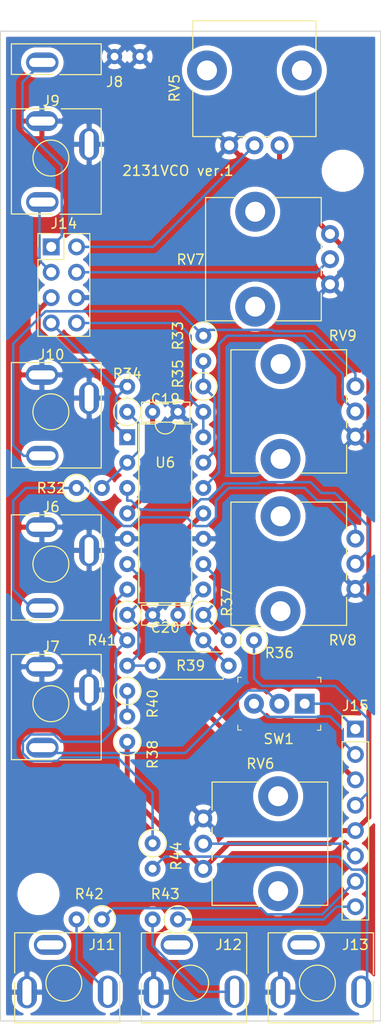
<source format=kicad_pcb>
(kicad_pcb (version 20171130) (host pcbnew "(5.1.8-0-10_14)")
  (layers (0 F.Cu signal) (31 B.Cu signal) (34 B.Paste user) (35 F.Paste user) (36 B.SilkS user) (37 F.SilkS user) (38 B.Mask user) (39 F.Mask user) (44 Edge.Cuts user))
  (net 0 "")
  (net 1 +12V)
  (net 2 GND)
  (net 3 -12V)
  (net 4 "Net-(J6-PadT)")
  (net 5 "Net-(J7-PadT)")
  (net 6 /module_interface/voct1)
  (net 7 /module_interface/voct2)
  (net 8 "Net-(J10-PadT)")
  (net 9 "Net-(J11-PadT)")
  (net 10 "Net-(J11-PadTN)")
  (net 11 "Net-(J12-PadT)")
  (net 12 "Net-(J12-PadTN)")
  (net 13 "Net-(J13-PadTN)")
  (net 14 "Net-(J13-PadT)")
  (net 15 /module_interface/freq)
  (net 16 /module_interface/fine)
  (net 17 /module_interface/lin_fm)
  (net 18 /module_interface/exp_fm)
  (net 19 /module_interface/h_sync)
  (net 20 /module_interface/s_sync)
  (net 21 /module_interface/squ)
  (net 22 /module_interface/Vref)
  (net 23 /module_interface/PWM)
  (net 24 /module_interface/tri_out)
  (net 25 /module_interface/saw_out)
  (net 26 "Net-(R32-Pad2)")
  (net 27 "Net-(R33-Pad2)")
  (net 28 "Net-(R36-Pad2)")
  (net 29 "Net-(R37-Pad2)")
  (net 30 "Net-(R38-Pad2)")
  (net 31 "Net-(R39-Pad2)")
  (net 32 "Net-(R41-Pad2)")
  (net 33 "Net-(RV8-Pad2)")
  (net 34 "Net-(RV9-Pad2)")
  (module MountingHole:MountingHole_3.2mm_M3 (layer F.Cu) (at 80.01 137.16)
    (fp_text reference REF** hide)
    (fp_text value MountingHole_3.2mm_M3 hide)
    (pad 1 np_thru_hole circle (at 0 0) (size 3.2 3.2) (drill 3.2) (layers *.Cu *.Mask))
  )
  (module MountingHole:MountingHole_3.2mm_M3 (layer F.Cu) (at 110.49 64.77)
    (fp_text reference REF** hide)
    (fp_text value MountingHole_3.2mm_M3 hide)
    (pad 1 np_thru_hole circle (at 0 0) (size 3.2 3.2) (drill 3.2) (layers *.Cu *.Mask))
  )
  (module Attenuverter:C_Axial_L4.8mm_D2.0mm_P2.54mm_Horizontal (layer F.Cu) (at 93.98 88.9 180)
    (fp_text reference C19 (at 1.27 1.27) (layer F.SilkS))
    (fp_text value 0.1u)
    (fp_line (start -1.2 -1.03) (end -1.2 0.97) (layer F.SilkS) (width 0.12))
    (fp_line (start -1.2 0.97) (end 3.64 0.97) (layer F.SilkS) (width 0.12))
    (fp_line (start 3.64 0.97) (end 3.64 -1.03) (layer F.SilkS) (width 0.12))
    (fp_line (start 3.64 -1.03) (end -1.2 -1.03) (layer F.SilkS) (width 0.12))
    (pad 2 thru_hole circle (at 2.54 0 180) (size 1.524 1.524) (drill 0.762) (layers *.Cu *.Mask) (net 1 +12V))
    (pad 1 thru_hole circle (at 0 0 180) (size 1.524 1.524) (drill 0.762) (layers *.Cu *.Mask) (net 2 GND))
  )
  (module Attenuverter:C_Axial_L4.8mm_D2.0mm_P2.54mm_Horizontal (layer F.Cu) (at 93.98 109.22 180)
    (fp_text reference C20 (at 1.27 -1.27) (layer F.SilkS))
    (fp_text value 0.1u)
    (fp_line (start -1.2 -1.03) (end -1.2 0.97) (layer F.SilkS) (width 0.12))
    (fp_line (start -1.2 0.97) (end 3.64 0.97) (layer F.SilkS) (width 0.12))
    (fp_line (start 3.64 0.97) (end 3.64 -1.03) (layer F.SilkS) (width 0.12))
    (fp_line (start 3.64 -1.03) (end -1.2 -1.03) (layer F.SilkS) (width 0.12))
    (pad 2 thru_hole circle (at 2.54 0 180) (size 1.524 1.524) (drill 0.762) (layers *.Cu *.Mask) (net 2 GND))
    (pad 1 thru_hole circle (at 0 0 180) (size 1.524 1.524) (drill 0.762) (layers *.Cu *.Mask) (net 3 -12V))
  )
  (module Attenuverter:MJ-355_3.5mm_mono_jack (layer F.Cu) (at 81.28 104.14 180)
    (fp_text reference J6 (at 0 5.715) (layer F.SilkS))
    (fp_text value "lin FM")
    (fp_line (start 3.99 -5.6) (end 3.99 4.9) (layer F.SilkS) (width 0.12))
    (fp_line (start 4 4.93) (end 0 4.93) (layer F.SilkS) (width 0.12))
    (fp_circle (center 0.03 0) (end 1.83 0) (layer F.SilkS) (width 0.12))
    (fp_line (start -1 4.93) (end -5 4.93) (layer F.SilkS) (width 0.12))
    (fp_line (start -5.01 -5.62) (end -5.01 4.88) (layer F.SilkS) (width 0.12))
    (fp_line (start -0.86 -5.62) (end -5.01 -5.62) (layer F.SilkS) (width 0.12))
    (fp_line (start 3.99 -5.6) (end -0.16 -5.6) (layer F.SilkS) (width 0.12))
    (pad TN thru_hole oval (at -3.8 1.38 90) (size 3.25 2) (drill oval 2.65 0.9) (layers *.Cu *.Mask) (net 2 GND))
    (pad T thru_hole oval (at 0.89 -4.4) (size 3.25 2) (drill oval 2.65 0.9) (layers *.Cu *.Mask) (net 4 "Net-(J6-PadT)"))
    (pad S thru_hole oval (at 0.93 3.7) (size 3.25 2) (drill oval 2.65 0.9) (layers *.Cu *.Mask) (net 2 GND))
  )
  (module Attenuverter:MJ-355_3.5mm_mono_jack (layer F.Cu) (at 81.28 118.11 180)
    (fp_text reference J7 (at 0 5.715) (layer F.SilkS))
    (fp_text value sync)
    (fp_line (start 3.99 -5.6) (end 3.99 4.9) (layer F.SilkS) (width 0.12))
    (fp_line (start 4 4.93) (end 0 4.93) (layer F.SilkS) (width 0.12))
    (fp_circle (center 0.03 0) (end 1.83 0) (layer F.SilkS) (width 0.12))
    (fp_line (start -1 4.93) (end -5 4.93) (layer F.SilkS) (width 0.12))
    (fp_line (start -5.01 -5.62) (end -5.01 4.88) (layer F.SilkS) (width 0.12))
    (fp_line (start -0.86 -5.62) (end -5.01 -5.62) (layer F.SilkS) (width 0.12))
    (fp_line (start 3.99 -5.6) (end -0.16 -5.6) (layer F.SilkS) (width 0.12))
    (pad TN thru_hole oval (at -3.8 1.38 90) (size 3.25 2) (drill oval 2.65 0.9) (layers *.Cu *.Mask) (net 2 GND))
    (pad T thru_hole oval (at 0.89 -4.4) (size 3.25 2) (drill oval 2.65 0.9) (layers *.Cu *.Mask) (net 5 "Net-(J7-PadT)"))
    (pad S thru_hole oval (at 0.93 3.7) (size 3.25 2) (drill oval 2.65 0.9) (layers *.Cu *.Mask) (net 2 GND))
  )
  (module Attenuverter:MJ-355_3.5mm_mono_jack_terminal_only (layer F.Cu) (at 81.28 49.53)
    (fp_text reference J8 (at 6.35 6.35) (layer F.SilkS))
    (fp_text value V/oct_1)
    (fp_line (start 5.01 2.54) (end -3.99 2.54) (layer F.SilkS) (width 0.12))
    (fp_line (start -3.99 5.6) (end 0.16 5.6) (layer F.SilkS) (width 0.12))
    (fp_line (start 0.86 5.62) (end 5.01 5.62) (layer F.SilkS) (width 0.12))
    (fp_line (start 5.01 5.62) (end 5.01 2.54) (layer F.SilkS) (width 0.12))
    (fp_line (start -3.99 5.6) (end -3.99 2.54) (layer F.SilkS) (width 0.12))
    (pad T thru_hole oval (at -0.89 4.4) (size 3.25 2) (drill oval 2.65 0.9) (layers *.Cu *.Mask) (net 6 /module_interface/voct1))
    (pad TN thru_hole circle (at 6.35 3.81) (size 1.524 1.524) (drill 0.762) (layers *.Cu *.Mask) (net 2 GND))
    (pad S thru_hole circle (at 8.89 3.81) (size 1.524 1.524) (drill 0.762) (layers *.Cu *.Mask) (net 2 GND))
  )
  (module Attenuverter:MJ-355_3.5mm_mono_jack (layer F.Cu) (at 81.28 63.5 180)
    (fp_text reference J9 (at 0 5.715) (layer F.SilkS))
    (fp_text value V/oct_2)
    (fp_line (start 3.99 -5.6) (end -0.16 -5.6) (layer F.SilkS) (width 0.12))
    (fp_line (start -0.86 -5.62) (end -5.01 -5.62) (layer F.SilkS) (width 0.12))
    (fp_line (start -5.01 -5.62) (end -5.01 4.88) (layer F.SilkS) (width 0.12))
    (fp_line (start -1 4.93) (end -5 4.93) (layer F.SilkS) (width 0.12))
    (fp_circle (center 0.03 0) (end 1.83 0) (layer F.SilkS) (width 0.12))
    (fp_line (start 4 4.93) (end 0 4.93) (layer F.SilkS) (width 0.12))
    (fp_line (start 3.99 -5.6) (end 3.99 4.9) (layer F.SilkS) (width 0.12))
    (pad S thru_hole oval (at 0.93 3.7) (size 3.25 2) (drill oval 2.65 0.9) (layers *.Cu *.Mask) (net 2 GND))
    (pad T thru_hole oval (at 0.89 -4.4) (size 3.25 2) (drill oval 2.65 0.9) (layers *.Cu *.Mask) (net 7 /module_interface/voct2))
    (pad TN thru_hole oval (at -3.8 1.38 90) (size 3.25 2) (drill oval 2.65 0.9) (layers *.Cu *.Mask) (net 2 GND))
  )
  (module Attenuverter:MJ-355_3.5mm_mono_jack (layer F.Cu) (at 81.28 88.9 180)
    (fp_text reference J10 (at 0 5.715) (layer F.SilkS))
    (fp_text value "exp FM")
    (fp_line (start 3.99 -5.6) (end -0.16 -5.6) (layer F.SilkS) (width 0.12))
    (fp_line (start -0.86 -5.62) (end -5.01 -5.62) (layer F.SilkS) (width 0.12))
    (fp_line (start -5.01 -5.62) (end -5.01 4.88) (layer F.SilkS) (width 0.12))
    (fp_line (start -1 4.93) (end -5 4.93) (layer F.SilkS) (width 0.12))
    (fp_circle (center 0.03 0) (end 1.83 0) (layer F.SilkS) (width 0.12))
    (fp_line (start 4 4.93) (end 0 4.93) (layer F.SilkS) (width 0.12))
    (fp_line (start 3.99 -5.6) (end 3.99 4.9) (layer F.SilkS) (width 0.12))
    (pad S thru_hole oval (at 0.93 3.7) (size 3.25 2) (drill oval 2.65 0.9) (layers *.Cu *.Mask) (net 2 GND))
    (pad T thru_hole oval (at 0.89 -4.4) (size 3.25 2) (drill oval 2.65 0.9) (layers *.Cu *.Mask) (net 8 "Net-(J10-PadT)"))
    (pad TN thru_hole oval (at -3.8 1.38 90) (size 3.25 2) (drill oval 2.65 0.9) (layers *.Cu *.Mask) (net 2 GND))
  )
  (module Attenuverter:MJ-355_3.5mm_mono_jack (layer F.Cu) (at 82.55 146.05 270)
    (fp_text reference J11 (at -3.81 -3.81 180) (layer F.SilkS))
    (fp_text value tri_out)
    (fp_line (start 3.99 -5.6) (end -0.16 -5.6) (layer F.SilkS) (width 0.12))
    (fp_line (start -0.86 -5.62) (end -5.01 -5.62) (layer F.SilkS) (width 0.12))
    (fp_line (start -5.01 -5.62) (end -5.01 4.88) (layer F.SilkS) (width 0.12))
    (fp_line (start -1 4.93) (end -5 4.93) (layer F.SilkS) (width 0.12))
    (fp_circle (center 0.03 0) (end 1.83 0) (layer F.SilkS) (width 0.12))
    (fp_line (start 4 4.93) (end 0 4.93) (layer F.SilkS) (width 0.12))
    (fp_line (start 3.99 -5.6) (end 3.99 4.9) (layer F.SilkS) (width 0.12))
    (pad S thru_hole oval (at 0.93 3.7 90) (size 3.25 2) (drill oval 2.65 0.9) (layers *.Cu *.Mask) (net 2 GND))
    (pad T thru_hole oval (at 0.89 -4.4 90) (size 3.25 2) (drill oval 2.65 0.9) (layers *.Cu *.Mask) (net 9 "Net-(J11-PadT)"))
    (pad TN thru_hole oval (at -3.8 1.38 180) (size 3.25 2) (drill oval 2.65 0.9) (layers *.Cu *.Mask) (net 10 "Net-(J11-PadTN)"))
  )
  (module Attenuverter:MJ-355_3.5mm_mono_jack (layer F.Cu) (at 95.25 146.05 270)
    (fp_text reference J12 (at -3.81 -3.81 180) (layer F.SilkS))
    (fp_text value saw_out)
    (fp_line (start 3.99 -5.6) (end -0.16 -5.6) (layer F.SilkS) (width 0.12))
    (fp_line (start -0.86 -5.62) (end -5.01 -5.62) (layer F.SilkS) (width 0.12))
    (fp_line (start -5.01 -5.62) (end -5.01 4.88) (layer F.SilkS) (width 0.12))
    (fp_line (start -1 4.93) (end -5 4.93) (layer F.SilkS) (width 0.12))
    (fp_circle (center 0.03 0) (end 1.83 0) (layer F.SilkS) (width 0.12))
    (fp_line (start 4 4.93) (end 0 4.93) (layer F.SilkS) (width 0.12))
    (fp_line (start 3.99 -5.6) (end 3.99 4.9) (layer F.SilkS) (width 0.12))
    (pad S thru_hole oval (at 0.93 3.7 90) (size 3.25 2) (drill oval 2.65 0.9) (layers *.Cu *.Mask) (net 2 GND))
    (pad T thru_hole oval (at 0.89 -4.4 90) (size 3.25 2) (drill oval 2.65 0.9) (layers *.Cu *.Mask) (net 11 "Net-(J12-PadT)"))
    (pad TN thru_hole oval (at -3.8 1.38 180) (size 3.25 2) (drill oval 2.65 0.9) (layers *.Cu *.Mask) (net 12 "Net-(J12-PadTN)"))
  )
  (module Attenuverter:MJ-355_3.5mm_mono_jack (layer F.Cu) (at 107.95 146.05 270)
    (fp_text reference J13 (at -3.81 -3.81 180) (layer F.SilkS))
    (fp_text value squ_out)
    (fp_line (start 3.99 -5.6) (end 3.99 4.9) (layer F.SilkS) (width 0.12))
    (fp_line (start 4 4.93) (end 0 4.93) (layer F.SilkS) (width 0.12))
    (fp_circle (center 0.03 0) (end 1.83 0) (layer F.SilkS) (width 0.12))
    (fp_line (start -1 4.93) (end -5 4.93) (layer F.SilkS) (width 0.12))
    (fp_line (start -5.01 -5.62) (end -5.01 4.88) (layer F.SilkS) (width 0.12))
    (fp_line (start -0.86 -5.62) (end -5.01 -5.62) (layer F.SilkS) (width 0.12))
    (fp_line (start 3.99 -5.6) (end -0.16 -5.6) (layer F.SilkS) (width 0.12))
    (pad TN thru_hole oval (at -3.8 1.38 180) (size 3.25 2) (drill oval 2.65 0.9) (layers *.Cu *.Mask) (net 13 "Net-(J13-PadTN)"))
    (pad T thru_hole oval (at 0.89 -4.4 90) (size 3.25 2) (drill oval 2.65 0.9) (layers *.Cu *.Mask) (net 14 "Net-(J13-PadT)"))
    (pad S thru_hole oval (at 0.93 3.7 90) (size 3.25 2) (drill oval 2.65 0.9) (layers *.Cu *.Mask) (net 2 GND))
  )
  (module Connector_PinHeader_2.54mm:PinHeader_2x04_P2.54mm_Vertical (layer F.Cu) (at 81.28 72.39)
    (fp_text reference J14 (at 1.27 -2.33) (layer F.SilkS))
    (fp_text value bus_L)
    (fp_line (start -1.33 -1.33) (end 0 -1.33) (layer F.SilkS) (width 0.12))
    (fp_line (start -1.33 0) (end -1.33 -1.33) (layer F.SilkS) (width 0.12))
    (fp_line (start 1.27 -1.33) (end 3.87 -1.33) (layer F.SilkS) (width 0.12))
    (fp_line (start 1.27 1.27) (end 1.27 -1.33) (layer F.SilkS) (width 0.12))
    (fp_line (start -1.33 1.27) (end 1.27 1.27) (layer F.SilkS) (width 0.12))
    (fp_line (start 3.87 -1.33) (end 3.87 8.95) (layer F.SilkS) (width 0.12))
    (fp_line (start -1.33 1.27) (end -1.33 8.95) (layer F.SilkS) (width 0.12))
    (fp_line (start -1.33 8.95) (end 3.87 8.95) (layer F.SilkS) (width 0.12))
    (pad 1 thru_hole rect (at 0 0) (size 1.7 1.7) (drill 1) (layers *.Cu *.Mask) (net 6 /module_interface/voct1))
    (pad 2 thru_hole oval (at 2.54 0) (size 1.7 1.7) (drill 1) (layers *.Cu *.Mask) (net 15 /module_interface/freq))
    (pad 3 thru_hole oval (at 0 2.54) (size 1.7 1.7) (drill 1) (layers *.Cu *.Mask) (net 7 /module_interface/voct2))
    (pad 4 thru_hole oval (at 2.54 2.54) (size 1.7 1.7) (drill 1) (layers *.Cu *.Mask) (net 16 /module_interface/fine))
    (pad 5 thru_hole oval (at 0 5.08) (size 1.7 1.7) (drill 1) (layers *.Cu *.Mask) (net 1 +12V))
    (pad 6 thru_hole oval (at 2.54 5.08) (size 1.7 1.7) (drill 1) (layers *.Cu *.Mask) (net 2 GND))
    (pad 7 thru_hole oval (at 0 7.62) (size 1.7 1.7) (drill 1) (layers *.Cu *.Mask) (net 17 /module_interface/lin_fm))
    (pad 8 thru_hole oval (at 2.54 7.62) (size 1.7 1.7) (drill 1) (layers *.Cu *.Mask) (net 18 /module_interface/exp_fm))
  )
  (module Connector_PinHeader_2.54mm:PinHeader_1x08_P2.54mm_Vertical (layer F.Cu) (at 111.76 120.65)
    (fp_text reference J15 (at 0 -2.33) (layer F.SilkS))
    (fp_text value bus_R)
    (fp_line (start -1.33 -1.33) (end 0 -1.33) (layer F.SilkS) (width 0.12))
    (fp_line (start -1.33 0) (end -1.33 -1.33) (layer F.SilkS) (width 0.12))
    (fp_line (start -1.33 1.27) (end 1.33 1.27) (layer F.SilkS) (width 0.12))
    (fp_line (start 1.33 1.27) (end 1.33 19.11) (layer F.SilkS) (width 0.12))
    (fp_line (start -1.33 1.27) (end -1.33 19.11) (layer F.SilkS) (width 0.12))
    (fp_line (start -1.33 19.11) (end 1.33 19.11) (layer F.SilkS) (width 0.12))
    (pad 1 thru_hole rect (at 0 0) (size 1.7 1.7) (drill 1) (layers *.Cu *.Mask) (net 19 /module_interface/h_sync))
    (pad 2 thru_hole oval (at 0 2.54) (size 1.7 1.7) (drill 1) (layers *.Cu *.Mask) (net 20 /module_interface/s_sync))
    (pad 3 thru_hole oval (at 0 5.08) (size 1.7 1.7) (drill 1) (layers *.Cu *.Mask) (net 3 -12V))
    (pad 4 thru_hole oval (at 0 7.62) (size 1.7 1.7) (drill 1) (layers *.Cu *.Mask) (net 21 /module_interface/squ))
    (pad 5 thru_hole oval (at 0 10.16) (size 1.7 1.7) (drill 1) (layers *.Cu *.Mask) (net 22 /module_interface/Vref))
    (pad 6 thru_hole oval (at 0 12.7) (size 1.7 1.7) (drill 1) (layers *.Cu *.Mask) (net 23 /module_interface/PWM))
    (pad 7 thru_hole oval (at 0 15.24) (size 1.7 1.7) (drill 1) (layers *.Cu *.Mask) (net 24 /module_interface/tri_out))
    (pad 8 thru_hole oval (at 0 17.78) (size 1.7 1.7) (drill 1) (layers *.Cu *.Mask) (net 25 /module_interface/saw_out))
  )
  (module Resistor_THT:R_Axial_DIN0207_L6.3mm_D2.5mm_P2.54mm_Vertical (layer F.Cu) (at 83.82 96.52)
    (fp_text reference R32 (at -2.54 0) (layer F.SilkS))
    (fp_text value 100k)
    (fp_line (start 1.37 0) (end 1.44 0) (layer F.SilkS) (width 0.12))
    (fp_circle (center 0 0) (end 1.37 0) (layer F.SilkS) (width 0.12))
    (pad 1 thru_hole circle (at 0 0) (size 1.6 1.6) (drill 0.8) (layers *.Cu *.Mask) (net 4 "Net-(J6-PadT)"))
    (pad 2 thru_hole oval (at 2.54 0) (size 1.6 1.6) (drill 0.8) (layers *.Cu *.Mask) (net 26 "Net-(R32-Pad2)"))
  )
  (module Resistor_THT:R_Axial_DIN0207_L6.3mm_D2.5mm_P2.54mm_Vertical (layer F.Cu) (at 96.52 81.28 270)
    (fp_text reference R33 (at 0 2.54 90) (layer F.SilkS))
    (fp_text value 100k)
    (fp_line (start 1.37 0) (end 1.44 0) (layer F.SilkS) (width 0.12))
    (fp_circle (center 0 0) (end 1.37 0) (layer F.SilkS) (width 0.12))
    (pad 1 thru_hole circle (at 0 0 270) (size 1.6 1.6) (drill 0.8) (layers *.Cu *.Mask) (net 8 "Net-(J10-PadT)"))
    (pad 2 thru_hole oval (at 2.54 0 270) (size 1.6 1.6) (drill 0.8) (layers *.Cu *.Mask) (net 27 "Net-(R33-Pad2)"))
  )
  (module Resistor_THT:R_Axial_DIN0207_L6.3mm_D2.5mm_P2.54mm_Vertical (layer F.Cu) (at 88.9 88.9 90)
    (fp_text reference R34 (at 3.81 0 180) (layer F.SilkS))
    (fp_text value 100k)
    (fp_circle (center 0 0) (end 1.37 0) (layer F.SilkS) (width 0.12))
    (fp_line (start 1.37 0) (end 1.44 0) (layer F.SilkS) (width 0.12))
    (pad 2 thru_hole oval (at 2.54 0 90) (size 1.6 1.6) (drill 0.8) (layers *.Cu *.Mask) (net 17 /module_interface/lin_fm))
    (pad 1 thru_hole circle (at 0 0 90) (size 1.6 1.6) (drill 0.8) (layers *.Cu *.Mask) (net 26 "Net-(R32-Pad2)"))
  )
  (module Resistor_THT:R_Axial_DIN0207_L6.3mm_D2.5mm_P2.54mm_Vertical (layer F.Cu) (at 96.52 86.36 270)
    (fp_text reference R35 (at -1.27 2.54 90) (layer F.SilkS))
    (fp_text value 100k)
    (fp_circle (center 0 0) (end 1.37 0) (layer F.SilkS) (width 0.12))
    (fp_line (start 1.37 0) (end 1.44 0) (layer F.SilkS) (width 0.12))
    (pad 2 thru_hole oval (at 2.54 0 270) (size 1.6 1.6) (drill 0.8) (layers *.Cu *.Mask) (net 18 /module_interface/exp_fm))
    (pad 1 thru_hole circle (at 0 0 270) (size 1.6 1.6) (drill 0.8) (layers *.Cu *.Mask) (net 27 "Net-(R33-Pad2)"))
  )
  (module Resistor_THT:R_Axial_DIN0207_L6.3mm_D2.5mm_P2.54mm_Vertical (layer F.Cu) (at 101.6 111.76 180)
    (fp_text reference R36 (at -2.54 -1.27) (layer F.SilkS))
    (fp_text value 10k)
    (fp_line (start 1.37 0) (end 1.44 0) (layer F.SilkS) (width 0.12))
    (fp_circle (center 0 0) (end 1.37 0) (layer F.SilkS) (width 0.12))
    (pad 1 thru_hole circle (at 0 0 180) (size 1.6 1.6) (drill 0.8) (layers *.Cu *.Mask) (net 21 /module_interface/squ))
    (pad 2 thru_hole oval (at 2.54 0 180) (size 1.6 1.6) (drill 0.8) (layers *.Cu *.Mask) (net 28 "Net-(R36-Pad2)"))
  )
  (module Resistor_THT:R_Axial_DIN0207_L6.3mm_D2.5mm_P2.54mm_Vertical (layer F.Cu) (at 96.52 109.22 270)
    (fp_text reference R37 (at -1.27 -2.37 90) (layer F.SilkS))
    (fp_text value 10k)
    (fp_circle (center 0 0) (end 1.37 0) (layer F.SilkS) (width 0.12))
    (fp_line (start 1.37 0) (end 1.44 0) (layer F.SilkS) (width 0.12))
    (pad 2 thru_hole oval (at 2.54 0 270) (size 1.6 1.6) (drill 0.8) (layers *.Cu *.Mask) (net 29 "Net-(R37-Pad2)"))
    (pad 1 thru_hole circle (at 0 0 270) (size 1.6 1.6) (drill 0.8) (layers *.Cu *.Mask) (net 28 "Net-(R36-Pad2)"))
  )
  (module Resistor_THT:R_Axial_DIN0207_L6.3mm_D2.5mm_P2.54mm_Vertical (layer F.Cu) (at 88.9 121.92 90)
    (fp_text reference R38 (at -1.27 2.54 90) (layer F.SilkS))
    (fp_text value 3k)
    (fp_circle (center 0 0) (end 1.37 0) (layer F.SilkS) (width 0.12))
    (fp_line (start 1.37 0) (end 1.44 0) (layer F.SilkS) (width 0.12))
    (pad 2 thru_hole oval (at 2.54 0 90) (size 1.6 1.6) (drill 0.8) (layers *.Cu *.Mask) (net 30 "Net-(R38-Pad2)"))
    (pad 1 thru_hole circle (at 0 0 90) (size 1.6 1.6) (drill 0.8) (layers *.Cu *.Mask) (net 22 /module_interface/Vref))
  )
  (module Resistor_THT:R_Axial_DIN0207_L6.3mm_D2.5mm_P2.54mm_Vertical (layer F.Cu) (at 88.9 116.84 90)
    (fp_text reference R40 (at -1.27 2.54 90) (layer F.SilkS))
    (fp_text value 3k)
    (fp_line (start 1.37 0) (end 1.44 0) (layer F.SilkS) (width 0.12))
    (fp_circle (center 0 0) (end 1.37 0) (layer F.SilkS) (width 0.12))
    (pad 1 thru_hole circle (at 0 0 90) (size 1.6 1.6) (drill 0.8) (layers *.Cu *.Mask) (net 30 "Net-(R38-Pad2)"))
    (pad 2 thru_hole oval (at 2.54 0 90) (size 1.6 1.6) (drill 0.8) (layers *.Cu *.Mask) (net 31 "Net-(R39-Pad2)"))
  )
  (module Resistor_THT:R_Axial_DIN0207_L6.3mm_D2.5mm_P2.54mm_Vertical (layer F.Cu) (at 88.9 109.22 270)
    (fp_text reference R41 (at 2.54 2.54 180) (layer F.SilkS))
    (fp_text value 12k)
    (fp_line (start 1.37 0) (end 1.44 0) (layer F.SilkS) (width 0.12))
    (fp_circle (center 0 0) (end 1.37 0) (layer F.SilkS) (width 0.12))
    (pad 1 thru_hole circle (at 0 0 270) (size 1.6 1.6) (drill 0.8) (layers *.Cu *.Mask) (net 31 "Net-(R39-Pad2)"))
    (pad 2 thru_hole oval (at 2.54 0 270) (size 1.6 1.6) (drill 0.8) (layers *.Cu *.Mask) (net 32 "Net-(R41-Pad2)"))
  )
  (module Resistor_THT:R_Axial_DIN0207_L6.3mm_D2.5mm_P2.54mm_Vertical (layer F.Cu) (at 86.36 139.7 180)
    (fp_text reference R42 (at 1.27 2.54) (layer F.SilkS))
    (fp_text value 1k)
    (fp_line (start 1.37 0) (end 1.44 0) (layer F.SilkS) (width 0.12))
    (fp_circle (center 0 0) (end 1.37 0) (layer F.SilkS) (width 0.12))
    (pad 1 thru_hole circle (at 0 0 180) (size 1.6 1.6) (drill 0.8) (layers *.Cu *.Mask) (net 24 /module_interface/tri_out))
    (pad 2 thru_hole oval (at 2.54 0 180) (size 1.6 1.6) (drill 0.8) (layers *.Cu *.Mask) (net 9 "Net-(J11-PadT)"))
  )
  (module Resistor_THT:R_Axial_DIN0207_L6.3mm_D2.5mm_P2.54mm_Vertical (layer F.Cu) (at 93.98 139.7 180)
    (fp_text reference R43 (at 1.27 2.54) (layer F.SilkS))
    (fp_text value 1k)
    (fp_circle (center 0 0) (end 1.37 0) (layer F.SilkS) (width 0.12))
    (fp_line (start 1.37 0) (end 1.44 0) (layer F.SilkS) (width 0.12))
    (pad 2 thru_hole oval (at 2.54 0 180) (size 1.6 1.6) (drill 0.8) (layers *.Cu *.Mask) (net 11 "Net-(J12-PadT)"))
    (pad 1 thru_hole circle (at 0 0 180) (size 1.6 1.6) (drill 0.8) (layers *.Cu *.Mask) (net 25 /module_interface/saw_out))
  )
  (module Resistor_THT:R_Axial_DIN0207_L6.3mm_D2.5mm_P2.54mm_Vertical (layer F.Cu) (at 91.44 132.08 270)
    (fp_text reference R44 (at 1.27 -2.37 90) (layer F.SilkS))
    (fp_text value 1k)
    (fp_line (start 1.37 0) (end 1.44 0) (layer F.SilkS) (width 0.12))
    (fp_circle (center 0 0) (end 1.37 0) (layer F.SilkS) (width 0.12))
    (pad 1 thru_hole circle (at 0 0 270) (size 1.6 1.6) (drill 0.8) (layers *.Cu *.Mask) (net 32 "Net-(R41-Pad2)"))
    (pad 2 thru_hole oval (at 2.54 0 270) (size 1.6 1.6) (drill 0.8) (layers *.Cu *.Mask) (net 14 "Net-(J13-PadT)"))
  )
  (module Attenuverter:Potentiometer_Alps_RK09L_Single_Vertical (layer F.Cu) (at 104.14 62.23 90)
    (fp_text reference RV5 (at 5.725 -10.5 90) (layer F.SilkS))
    (fp_text value 10k)
    (fp_line (start 12.47 -8.67) (end 12.47 3.67) (layer F.SilkS) (width 0.12))
    (fp_line (start 0.88 0.87) (end 0.88 3.67) (layer F.SilkS) (width 0.12))
    (fp_line (start 0.88 -1.629) (end 0.88 -0.87) (layer F.SilkS) (width 0.12))
    (fp_line (start 0.88 -4.129) (end 0.88 -3.37) (layer F.SilkS) (width 0.12))
    (fp_line (start 0.88 -8.67) (end 0.88 -5.871) (layer F.SilkS) (width 0.12))
    (fp_line (start 9.455 3.67) (end 12.47 3.67) (layer F.SilkS) (width 0.12))
    (fp_line (start 0.88 3.67) (end 5.546 3.67) (layer F.SilkS) (width 0.12))
    (fp_line (start 9.455 -8.67) (end 12.47 -8.67) (layer F.SilkS) (width 0.12))
    (fp_line (start 0.88 -8.67) (end 5.546 -8.67) (layer F.SilkS) (width 0.12))
    (pad "" np_thru_hole circle (at 7.5 2.25 90) (size 4 4) (drill 2) (layers *.Cu *.Mask))
    (pad "" np_thru_hole circle (at 7.5 -7.25 90) (size 4 4) (drill 2) (layers *.Cu *.Mask))
    (pad 1 thru_hole circle (at 0 -5.02 90) (size 1.8 1.8) (drill 1) (layers *.Cu *.Mask) (net 2 GND))
    (pad 2 thru_hole circle (at 0 -2.5 90) (size 1.8 1.8) (drill 1) (layers *.Cu *.Mask) (net 15 /module_interface/freq))
    (pad 3 thru_hole circle (at 0 0.02 90) (size 1.8 1.8) (drill 1) (layers *.Cu *.Mask) (net 22 /module_interface/Vref))
  )
  (module Attenuverter:Potentiometer_Alps_RK09L_Single_Vertical (layer F.Cu) (at 96.52 134.62)
    (fp_text reference RV6 (at 5.725 -10.5) (layer F.SilkS))
    (fp_text value 10k)
    (fp_line (start 0.88 -8.67) (end 5.546 -8.67) (layer F.SilkS) (width 0.12))
    (fp_line (start 9.455 -8.67) (end 12.47 -8.67) (layer F.SilkS) (width 0.12))
    (fp_line (start 0.88 3.67) (end 5.546 3.67) (layer F.SilkS) (width 0.12))
    (fp_line (start 9.455 3.67) (end 12.47 3.67) (layer F.SilkS) (width 0.12))
    (fp_line (start 0.88 -8.67) (end 0.88 -5.871) (layer F.SilkS) (width 0.12))
    (fp_line (start 0.88 -4.129) (end 0.88 -3.37) (layer F.SilkS) (width 0.12))
    (fp_line (start 0.88 -1.629) (end 0.88 -0.87) (layer F.SilkS) (width 0.12))
    (fp_line (start 0.88 0.87) (end 0.88 3.67) (layer F.SilkS) (width 0.12))
    (fp_line (start 12.47 -8.67) (end 12.47 3.67) (layer F.SilkS) (width 0.12))
    (pad 3 thru_hole circle (at 0 0.02) (size 1.8 1.8) (drill 1) (layers *.Cu *.Mask) (net 22 /module_interface/Vref))
    (pad 2 thru_hole circle (at 0 -2.5) (size 1.8 1.8) (drill 1) (layers *.Cu *.Mask) (net 23 /module_interface/PWM))
    (pad 1 thru_hole circle (at 0 -5.02) (size 1.8 1.8) (drill 1) (layers *.Cu *.Mask) (net 2 GND))
    (pad "" np_thru_hole circle (at 7.5 -7.25) (size 4 4) (drill 2) (layers *.Cu *.Mask))
    (pad "" np_thru_hole circle (at 7.5 2.25) (size 4 4) (drill 2) (layers *.Cu *.Mask))
  )
  (module Attenuverter:Potentiometer_Alps_RK09L_Single_Vertical (layer F.Cu) (at 109.22 71.12 180)
    (fp_text reference RV7 (at 13.97 -2.54) (layer F.SilkS))
    (fp_text value 10k)
    (fp_line (start 0.88 -8.67) (end 5.546 -8.67) (layer F.SilkS) (width 0.12))
    (fp_line (start 9.455 -8.67) (end 12.47 -8.67) (layer F.SilkS) (width 0.12))
    (fp_line (start 0.88 3.67) (end 5.546 3.67) (layer F.SilkS) (width 0.12))
    (fp_line (start 9.455 3.67) (end 12.47 3.67) (layer F.SilkS) (width 0.12))
    (fp_line (start 0.88 -8.67) (end 0.88 -5.871) (layer F.SilkS) (width 0.12))
    (fp_line (start 0.88 -4.129) (end 0.88 -3.37) (layer F.SilkS) (width 0.12))
    (fp_line (start 0.88 -1.629) (end 0.88 -0.87) (layer F.SilkS) (width 0.12))
    (fp_line (start 0.88 0.87) (end 0.88 3.67) (layer F.SilkS) (width 0.12))
    (fp_line (start 12.47 -8.67) (end 12.47 3.67) (layer F.SilkS) (width 0.12))
    (pad 3 thru_hole circle (at 0 0.02 180) (size 1.8 1.8) (drill 1) (layers *.Cu *.Mask) (net 22 /module_interface/Vref))
    (pad 2 thru_hole circle (at 0 -2.5 180) (size 1.8 1.8) (drill 1) (layers *.Cu *.Mask) (net 16 /module_interface/fine))
    (pad 1 thru_hole circle (at 0 -5.02 180) (size 1.8 1.8) (drill 1) (layers *.Cu *.Mask) (net 2 GND))
    (pad "" np_thru_hole circle (at 7.5 -7.25 180) (size 4 4) (drill 2) (layers *.Cu *.Mask))
    (pad "" np_thru_hole circle (at 7.5 2.25 180) (size 4 4) (drill 2) (layers *.Cu *.Mask))
  )
  (module Attenuverter:Potentiometer_Alps_RK09L_Single_Vertical (layer F.Cu) (at 111.76 101.6 180)
    (fp_text reference RV8 (at 1.27 -10.16) (layer F.SilkS))
    (fp_text value 10k)
    (fp_line (start 0.88 -8.67) (end 5.546 -8.67) (layer F.SilkS) (width 0.12))
    (fp_line (start 9.455 -8.67) (end 12.47 -8.67) (layer F.SilkS) (width 0.12))
    (fp_line (start 0.88 3.67) (end 5.546 3.67) (layer F.SilkS) (width 0.12))
    (fp_line (start 9.455 3.67) (end 12.47 3.67) (layer F.SilkS) (width 0.12))
    (fp_line (start 0.88 -8.67) (end 0.88 -5.871) (layer F.SilkS) (width 0.12))
    (fp_line (start 0.88 -4.129) (end 0.88 -3.37) (layer F.SilkS) (width 0.12))
    (fp_line (start 0.88 -1.629) (end 0.88 -0.87) (layer F.SilkS) (width 0.12))
    (fp_line (start 0.88 0.87) (end 0.88 3.67) (layer F.SilkS) (width 0.12))
    (fp_line (start 12.47 -8.67) (end 12.47 3.67) (layer F.SilkS) (width 0.12))
    (pad 3 thru_hole circle (at 0 0.02 180) (size 1.8 1.8) (drill 1) (layers *.Cu *.Mask) (net 4 "Net-(J6-PadT)"))
    (pad 2 thru_hole circle (at 0 -2.5 180) (size 1.8 1.8) (drill 1) (layers *.Cu *.Mask) (net 33 "Net-(RV8-Pad2)"))
    (pad 1 thru_hole circle (at 0 -5.02 180) (size 1.8 1.8) (drill 1) (layers *.Cu *.Mask) (net 2 GND))
    (pad "" np_thru_hole circle (at 7.5 -7.25 180) (size 4 4) (drill 2) (layers *.Cu *.Mask))
    (pad "" np_thru_hole circle (at 7.5 2.25 180) (size 4 4) (drill 2) (layers *.Cu *.Mask))
  )
  (module Attenuverter:Potentiometer_Alps_RK09L_Single_Vertical (layer F.Cu) (at 111.76 86.36 180)
    (fp_text reference RV9 (at 1.27 5.08) (layer F.SilkS))
    (fp_text value 10k)
    (fp_line (start 12.47 -8.67) (end 12.47 3.67) (layer F.SilkS) (width 0.12))
    (fp_line (start 0.88 0.87) (end 0.88 3.67) (layer F.SilkS) (width 0.12))
    (fp_line (start 0.88 -1.629) (end 0.88 -0.87) (layer F.SilkS) (width 0.12))
    (fp_line (start 0.88 -4.129) (end 0.88 -3.37) (layer F.SilkS) (width 0.12))
    (fp_line (start 0.88 -8.67) (end 0.88 -5.871) (layer F.SilkS) (width 0.12))
    (fp_line (start 9.455 3.67) (end 12.47 3.67) (layer F.SilkS) (width 0.12))
    (fp_line (start 0.88 3.67) (end 5.546 3.67) (layer F.SilkS) (width 0.12))
    (fp_line (start 9.455 -8.67) (end 12.47 -8.67) (layer F.SilkS) (width 0.12))
    (fp_line (start 0.88 -8.67) (end 5.546 -8.67) (layer F.SilkS) (width 0.12))
    (pad "" np_thru_hole circle (at 7.5 2.25 180) (size 4 4) (drill 2) (layers *.Cu *.Mask))
    (pad "" np_thru_hole circle (at 7.5 -7.25 180) (size 4 4) (drill 2) (layers *.Cu *.Mask))
    (pad 1 thru_hole circle (at 0 -5.02 180) (size 1.8 1.8) (drill 1) (layers *.Cu *.Mask) (net 2 GND))
    (pad 2 thru_hole circle (at 0 -2.5 180) (size 1.8 1.8) (drill 1) (layers *.Cu *.Mask) (net 34 "Net-(RV9-Pad2)"))
    (pad 3 thru_hole circle (at 0 0.02 180) (size 1.8 1.8) (drill 1) (layers *.Cu *.Mask) (net 8 "Net-(J10-PadT)"))
  )
  (module Attenuverter:Switch_Toggle_on-off-on_akizuki (layer F.Cu) (at 104.14 118.11 180)
    (fp_text reference SW1 (at 0.06 -3.53) (layer F.SilkS))
    (fp_text value sync)
    (fp_line (start -4.15 -2.65) (end -3.8 -2.65) (layer F.SilkS) (width 0.1))
    (fp_line (start -4.15 -2.65) (end -4.15 -2.15) (layer F.SilkS) (width 0.1))
    (fp_line (start 4.16 -2.64) (end 3.81 -2.64) (layer F.SilkS) (width 0.1))
    (fp_line (start 4.16 -2.64) (end 4.16 -2.14) (layer F.SilkS) (width 0.1))
    (fp_line (start 4.16 2.64) (end 4.16 2.14) (layer F.SilkS) (width 0.1))
    (fp_line (start 4.16 2.64) (end 3.81 2.64) (layer F.SilkS) (width 0.1))
    (fp_line (start -4.16 2.64) (end -3.81 2.64) (layer F.SilkS) (width 0.1))
    (fp_line (start -4.16 2.64) (end -4.16 2.14) (layer F.SilkS) (width 0.1))
    (pad 1 thru_hole rect (at -2.54 0 180) (size 2 2) (drill 1) (layers *.Cu *.Mask) (net 19 /module_interface/h_sync))
    (pad 2 thru_hole circle (at 0 0 180) (size 2 2) (drill 1) (layers *.Cu *.Mask) (net 5 "Net-(J7-PadT)"))
    (pad 3 thru_hole circle (at 2.54 0 180) (size 2 2) (drill 1) (layers *.Cu *.Mask) (net 20 /module_interface/s_sync))
  )
  (module Package_DIP:DIP-14_W7.62mm (layer F.Cu) (at 88.9 91.44)
    (fp_text reference U6 (at 3.81 2.54) (layer F.SilkS))
    (fp_text value TL074)
    (fp_line (start 6.46 -1.33) (end 4.81 -1.33) (layer F.SilkS) (width 0.12))
    (fp_line (start 6.46 16.57) (end 6.46 -1.33) (layer F.SilkS) (width 0.12))
    (fp_line (start 1.16 16.57) (end 6.46 16.57) (layer F.SilkS) (width 0.12))
    (fp_line (start 1.16 -1.33) (end 1.16 16.57) (layer F.SilkS) (width 0.12))
    (fp_line (start 2.81 -1.33) (end 1.16 -1.33) (layer F.SilkS) (width 0.12))
    (fp_arc (start 3.81 -1.33) (end 2.81 -1.33) (angle -180) (layer F.SilkS) (width 0.12))
    (pad 1 thru_hole rect (at 0 0) (size 1.6 1.6) (drill 0.8) (layers *.Cu *.Mask) (net 17 /module_interface/lin_fm))
    (pad 8 thru_hole oval (at 7.62 15.24) (size 1.6 1.6) (drill 0.8) (layers *.Cu *.Mask) (net 29 "Net-(R37-Pad2)"))
    (pad 2 thru_hole oval (at 0 2.54) (size 1.6 1.6) (drill 0.8) (layers *.Cu *.Mask) (net 26 "Net-(R32-Pad2)"))
    (pad 9 thru_hole oval (at 7.62 12.7) (size 1.6 1.6) (drill 0.8) (layers *.Cu *.Mask) (net 28 "Net-(R36-Pad2)"))
    (pad 3 thru_hole oval (at 0 5.08) (size 1.6 1.6) (drill 0.8) (layers *.Cu *.Mask) (net 33 "Net-(RV8-Pad2)"))
    (pad 10 thru_hole oval (at 7.62 10.16) (size 1.6 1.6) (drill 0.8) (layers *.Cu *.Mask) (net 2 GND))
    (pad 4 thru_hole oval (at 0 7.62) (size 1.6 1.6) (drill 0.8) (layers *.Cu *.Mask) (net 1 +12V))
    (pad 11 thru_hole oval (at 7.62 7.62) (size 1.6 1.6) (drill 0.8) (layers *.Cu *.Mask) (net 3 -12V))
    (pad 5 thru_hole oval (at 0 10.16) (size 1.6 1.6) (drill 0.8) (layers *.Cu *.Mask) (net 2 GND))
    (pad 12 thru_hole oval (at 7.62 5.08) (size 1.6 1.6) (drill 0.8) (layers *.Cu *.Mask) (net 34 "Net-(RV9-Pad2)"))
    (pad 6 thru_hole oval (at 0 12.7) (size 1.6 1.6) (drill 0.8) (layers *.Cu *.Mask) (net 31 "Net-(R39-Pad2)"))
    (pad 13 thru_hole oval (at 7.62 2.54) (size 1.6 1.6) (drill 0.8) (layers *.Cu *.Mask) (net 27 "Net-(R33-Pad2)"))
    (pad 7 thru_hole oval (at 0 15.24) (size 1.6 1.6) (drill 0.8) (layers *.Cu *.Mask) (net 32 "Net-(R41-Pad2)"))
    (pad 14 thru_hole oval (at 7.62 0) (size 1.6 1.6) (drill 0.8) (layers *.Cu *.Mask) (net 18 /module_interface/exp_fm))
  )
  (module Resistor_THT:R_Axial_DIN0207_L6.3mm_D2.5mm_P7.62mm_Horizontal (layer F.Cu) (at 99.06 114.3 180)
    (fp_text reference R39 (at 3.81 0) (layer F.SilkS))
    (fp_text value 3k)
    (fp_line (start 7.08 1.37) (end 7.08 1.04) (layer F.SilkS) (width 0.12))
    (fp_line (start 0.54 1.37) (end 7.08 1.37) (layer F.SilkS) (width 0.12))
    (fp_line (start 0.54 1.04) (end 0.54 1.37) (layer F.SilkS) (width 0.12))
    (fp_line (start 7.08 -1.37) (end 7.08 -1.04) (layer F.SilkS) (width 0.12))
    (fp_line (start 0.54 -1.37) (end 7.08 -1.37) (layer F.SilkS) (width 0.12))
    (fp_line (start 0.54 -1.04) (end 0.54 -1.37) (layer F.SilkS) (width 0.12))
    (pad 1 thru_hole circle (at 0 0 180) (size 1.6 1.6) (drill 0.8) (layers *.Cu *.Mask) (net 29 "Net-(R37-Pad2)"))
    (pad 2 thru_hole oval (at 7.62 0 180) (size 1.6 1.6) (drill 0.8) (layers *.Cu *.Mask) (net 31 "Net-(R39-Pad2)"))
  )
  (gr_text "2131VCO ver.1" (at 93.98 64.77) (layer F.SilkS) (effects (font (size 1 1))))
  (gr_line (start 114.3 50.8) (end 76.2 50.8) (layer Edge.Cuts) (width 0.1))
  (gr_line (start 114.3 149.86) (end 114.3 50.8) (layer Edge.Cuts) (width 0.1))
  (gr_line (start 76.2 149.86) (end 114.3 149.86) (layer Edge.Cuts) (width 0.1))
  (gr_line (start 76.2 50.8) (end 76.2 149.86) (layer Edge.Cuts) (width 0.1))
  (segment (start 79.979999 80.634001) (end 83.165998 83.82) (width 0.5) (layer F.Cu) (net 1))
  (segment (start 79.979999 78.770001) (end 79.979999 80.634001) (width 0.5) (layer F.Cu) (net 1))
  (segment (start 81.28 77.47) (end 79.979999 78.770001) (width 0.5) (layer F.Cu) (net 1))
  (segment (start 83.165998 83.82) (end 88.9 83.82) (width 0.5) (layer F.Cu) (net 1))
  (segment (start 91.44 86.36) (end 91.44 88.9) (width 0.5) (layer F.Cu) (net 1))
  (segment (start 88.9 83.82) (end 91.44 86.36) (width 0.5) (layer F.Cu) (net 1))
  (segment (start 91.44 88.9) (end 91.44 96.52) (width 0.5) (layer F.Cu) (net 1))
  (segment (start 91.44 96.52) (end 88.9 99.06) (width 0.5) (layer F.Cu) (net 1))
  (segment (start 93.98 109.22) (end 93.98 101.6) (width 0.5) (layer F.Cu) (net 3))
  (segment (start 93.98 101.6) (end 96.52 99.06) (width 0.5) (layer F.Cu) (net 3))
  (segment (start 110.910001 124.880001) (end 111.76 125.73) (width 0.5) (layer F.Cu) (net 3))
  (segment (start 108.240001 122.210001) (end 110.910001 124.880001) (width 0.5) (layer F.Cu) (net 3))
  (segment (start 93.98 116.150002) (end 100.039999 122.210001) (width 0.5) (layer F.Cu) (net 3))
  (segment (start 100.039999 122.210001) (end 108.240001 122.210001) (width 0.5) (layer F.Cu) (net 3))
  (segment (start 93.98 109.22) (end 93.98 116.150002) (width 0.5) (layer F.Cu) (net 3))
  (segment (start 78.74 96.52) (end 83.82 96.52) (width 0.25) (layer B.Cu) (net 4))
  (segment (start 77.47 97.79) (end 78.74 96.52) (width 0.25) (layer B.Cu) (net 4))
  (segment (start 77.47 106.68) (end 77.47 97.79) (width 0.25) (layer B.Cu) (net 4))
  (segment (start 79.33 108.54) (end 77.47 106.68) (width 0.25) (layer B.Cu) (net 4))
  (segment (start 80.39 108.54) (end 79.33 108.54) (width 0.25) (layer B.Cu) (net 4))
  (segment (start 107.95 97.79) (end 109.22 97.79) (width 0.25) (layer B.Cu) (net 4))
  (segment (start 106.68 96.52) (end 107.95 97.79) (width 0.25) (layer B.Cu) (net 4))
  (segment (start 97.79 99.455002) (end 97.79 97.79) (width 0.25) (layer B.Cu) (net 4))
  (segment (start 99.06 96.52) (end 106.68 96.52) (width 0.25) (layer B.Cu) (net 4))
  (segment (start 97.79 97.79) (end 99.06 96.52) (width 0.25) (layer B.Cu) (net 4))
  (segment (start 96.915002 100.33) (end 97.79 99.455002) (width 0.25) (layer B.Cu) (net 4))
  (segment (start 111.76 100.33) (end 111.76 101.58) (width 0.25) (layer B.Cu) (net 4))
  (segment (start 84.694998 96.52) (end 88.504998 100.33) (width 0.25) (layer B.Cu) (net 4))
  (segment (start 109.22 97.79) (end 111.76 100.33) (width 0.25) (layer B.Cu) (net 4))
  (segment (start 83.82 96.52) (end 84.694998 96.52) (width 0.25) (layer B.Cu) (net 4))
  (segment (start 89.295002 100.33) (end 90.17 99.455002) (width 0.25) (layer B.Cu) (net 4))
  (segment (start 88.504998 100.33) (end 89.295002 100.33) (width 0.25) (layer B.Cu) (net 4))
  (segment (start 90.17 99.455002) (end 94.854998 99.455002) (width 0.25) (layer B.Cu) (net 4))
  (segment (start 95.729996 100.33) (end 96.915002 100.33) (width 0.25) (layer B.Cu) (net 4))
  (segment (start 94.854998 99.455002) (end 95.729996 100.33) (width 0.25) (layer B.Cu) (net 4))
  (segment (start 94.703997 123.045001) (end 100.963999 116.784999) (width 0.25) (layer B.Cu) (net 5))
  (segment (start 102.814999 116.784999) (end 104.14 118.11) (width 0.25) (layer B.Cu) (net 5))
  (segment (start 80.925001 123.045001) (end 94.703997 123.045001) (width 0.25) (layer B.Cu) (net 5))
  (segment (start 100.963999 116.784999) (end 102.814999 116.784999) (width 0.25) (layer B.Cu) (net 5))
  (segment (start 80.39 122.51) (end 80.925001 123.045001) (width 0.25) (layer B.Cu) (net 5))
  (segment (start 78.39999 55.92001) (end 80.39 53.93) (width 0.25) (layer B.Cu) (net 6))
  (segment (start 78.39999 60.348837) (end 78.39999 55.92001) (width 0.25) (layer B.Cu) (net 6))
  (segment (start 82.34001 64.288857) (end 78.39999 60.348837) (width 0.25) (layer B.Cu) (net 6))
  (segment (start 82.34001 71.32999) (end 82.34001 64.288857) (width 0.25) (layer B.Cu) (net 6))
  (segment (start 81.28 72.39) (end 82.34001 71.32999) (width 0.25) (layer B.Cu) (net 6))
  (segment (start 80.104999 73.754999) (end 81.28 74.93) (width 0.25) (layer B.Cu) (net 7))
  (segment (start 80.104999 68.185001) (end 80.104999 73.754999) (width 0.25) (layer B.Cu) (net 7))
  (segment (start 80.39 67.9) (end 80.104999 68.185001) (width 0.25) (layer B.Cu) (net 7))
  (segment (start 94.074999 78.834999) (end 96.52 81.28) (width 0.25) (layer B.Cu) (net 8))
  (segment (start 77.47 82.080998) (end 80.715999 78.834999) (width 0.25) (layer B.Cu) (net 8))
  (segment (start 77.47 92.255) (end 77.47 82.080998) (width 0.25) (layer B.Cu) (net 8))
  (segment (start 78.515 93.3) (end 77.47 92.255) (width 0.25) (layer B.Cu) (net 8))
  (segment (start 80.715999 78.834999) (end 94.074999 78.834999) (width 0.25) (layer B.Cu) (net 8))
  (segment (start 80.39 93.3) (end 78.515 93.3) (width 0.25) (layer B.Cu) (net 8))
  (segment (start 97.104999 80.695001) (end 96.52 81.28) (width 0.25) (layer B.Cu) (net 8))
  (segment (start 103.454999 80.695001) (end 97.104999 80.695001) (width 0.25) (layer B.Cu) (net 8))
  (segment (start 107.522782 80.82999) (end 103.589988 80.82999) (width 0.25) (layer B.Cu) (net 8))
  (segment (start 111.76 85.067208) (end 107.522782 80.82999) (width 0.25) (layer B.Cu) (net 8))
  (segment (start 103.589988 80.82999) (end 103.454999 80.695001) (width 0.25) (layer B.Cu) (net 8))
  (segment (start 111.76 86.34) (end 111.76 85.067208) (width 0.25) (layer B.Cu) (net 8))
  (segment (start 83.82 143.81) (end 86.95 146.94) (width 0.25) (layer B.Cu) (net 9))
  (segment (start 83.82 139.7) (end 83.82 143.81) (width 0.25) (layer B.Cu) (net 9))
  (segment (start 96.061153 146.94) (end 99.65 146.94) (width 0.25) (layer B.Cu) (net 11))
  (segment (start 91.44 142.318847) (end 96.061153 146.94) (width 0.25) (layer B.Cu) (net 11))
  (segment (start 91.44 139.7) (end 91.44 142.318847) (width 0.25) (layer B.Cu) (net 11))
  (segment (start 112.935001 146.354999) (end 112.35 146.94) (width 0.25) (layer B.Cu) (net 14))
  (segment (start 112.935001 135.325999) (end 112.935001 146.354999) (width 0.25) (layer B.Cu) (net 14))
  (segment (start 112.324001 134.714999) (end 112.935001 135.325999) (width 0.25) (layer B.Cu) (net 14))
  (segment (start 92.645001 133.414999) (end 110.085997 133.414999) (width 0.25) (layer B.Cu) (net 14))
  (segment (start 111.385997 134.714999) (end 112.324001 134.714999) (width 0.25) (layer B.Cu) (net 14))
  (segment (start 110.085997 133.414999) (end 111.385997 134.714999) (width 0.25) (layer B.Cu) (net 14))
  (segment (start 91.44 134.62) (end 92.645001 133.414999) (width 0.25) (layer B.Cu) (net 14))
  (segment (start 91.48 72.39) (end 101.64 62.23) (width 0.25) (layer B.Cu) (net 15))
  (segment (start 83.82 72.39) (end 91.48 72.39) (width 0.25) (layer B.Cu) (net 15))
  (segment (start 107.91 74.93) (end 109.22 73.62) (width 0.25) (layer B.Cu) (net 16))
  (segment (start 83.82 74.93) (end 107.91 74.93) (width 0.25) (layer B.Cu) (net 16))
  (segment (start 87.63 86.36) (end 88.9 86.36) (width 0.25) (layer B.Cu) (net 17))
  (segment (start 81.28 80.01) (end 87.63 86.36) (width 0.25) (layer B.Cu) (net 17))
  (segment (start 87.774999 87.485001) (end 87.774999 90.314999) (width 0.25) (layer B.Cu) (net 17))
  (segment (start 87.774999 90.314999) (end 88.9 91.44) (width 0.25) (layer B.Cu) (net 17))
  (segment (start 88.9 86.36) (end 87.774999 87.485001) (width 0.25) (layer B.Cu) (net 17))
  (segment (start 95.25 87.63) (end 96.52 88.9) (width 0.25) (layer B.Cu) (net 18))
  (segment (start 96.52 88.9) (end 96.52 91.44) (width 0.25) (layer B.Cu) (net 18))
  (segment (start 83.82 80.01) (end 93.98 80.01) (width 0.25) (layer B.Cu) (net 18))
  (segment (start 93.98 80.01) (end 95.25 81.28) (width 0.25) (layer B.Cu) (net 18))
  (segment (start 95.25 81.28) (end 95.25 87.63) (width 0.25) (layer B.Cu) (net 18))
  (segment (start 109.22 118.11) (end 111.76 120.65) (width 0.25) (layer B.Cu) (net 19))
  (segment (start 106.68 118.11) (end 109.22 118.11) (width 0.25) (layer B.Cu) (net 19))
  (segment (start 111.76 123.19) (end 110.49 121.92) (width 0.25) (layer B.Cu) (net 20))
  (segment (start 110.49 121.92) (end 110.49 120.65) (width 0.25) (layer B.Cu) (net 20))
  (segment (start 110.49 120.65) (end 109.22 119.38) (width 0.25) (layer B.Cu) (net 20))
  (segment (start 102.925001 119.435001) (end 101.6 118.11) (width 0.25) (layer B.Cu) (net 20))
  (segment (start 107.940001 119.435001) (end 102.925001 119.435001) (width 0.25) (layer B.Cu) (net 20))
  (segment (start 107.995002 119.38) (end 107.940001 119.435001) (width 0.25) (layer B.Cu) (net 20))
  (segment (start 109.22 119.38) (end 107.995002 119.38) (width 0.25) (layer B.Cu) (net 20))
  (segment (start 113.03 127) (end 111.76 128.27) (width 0.25) (layer B.Cu) (net 21))
  (segment (start 113.03 119.634998) (end 113.03 127) (width 0.25) (layer B.Cu) (net 21))
  (segment (start 109.729991 116.334989) (end 113.03 119.634998) (width 0.25) (layer B.Cu) (net 21))
  (segment (start 101.6 115.57) (end 102.364989 116.334989) (width 0.25) (layer B.Cu) (net 21))
  (segment (start 102.364989 116.334989) (end 109.729991 116.334989) (width 0.25) (layer B.Cu) (net 21))
  (segment (start 101.6 111.76) (end 101.6 115.57) (width 0.25) (layer B.Cu) (net 21))
  (segment (start 88.9 127.02) (end 88.9 121.92) (width 0.5) (layer F.Cu) (net 22))
  (segment (start 96.52 134.64) (end 88.9 127.02) (width 0.5) (layer F.Cu) (net 22))
  (segment (start 113.110001 129.459999) (end 113.110001 74.990001) (width 0.5) (layer F.Cu) (net 22))
  (segment (start 113.110001 74.990001) (end 109.22 71.1) (width 0.5) (layer F.Cu) (net 22))
  (segment (start 111.76 130.81) (end 113.110001 129.459999) (width 0.5) (layer F.Cu) (net 22))
  (segment (start 104.16 66.04) (end 109.22 71.1) (width 0.5) (layer F.Cu) (net 22))
  (segment (start 104.16 62.23) (end 104.16 66.04) (width 0.5) (layer F.Cu) (net 22))
  (segment (start 96.52 134.64) (end 99.06 132.1) (width 0.5) (layer F.Cu) (net 22))
  (segment (start 99.06 132.1) (end 109.2 132.1) (width 0.5) (layer F.Cu) (net 22))
  (segment (start 110.49 130.81) (end 111.76 130.81) (width 0.5) (layer F.Cu) (net 22))
  (segment (start 109.2 132.1) (end 110.49 130.81) (width 0.5) (layer F.Cu) (net 22))
  (segment (start 110.53 132.12) (end 111.76 133.35) (width 0.25) (layer B.Cu) (net 23))
  (segment (start 96.52 132.12) (end 110.53 132.12) (width 0.25) (layer B.Cu) (net 23))
  (segment (start 108.454999 139.195001) (end 102.903999 139.195001) (width 0.25) (layer B.Cu) (net 24))
  (segment (start 111.76 135.89) (end 108.454999 139.195001) (width 0.25) (layer B.Cu) (net 24))
  (segment (start 87.485001 138.574999) (end 86.36 139.7) (width 0.25) (layer B.Cu) (net 24))
  (segment (start 102.283997 138.574999) (end 87.485001 138.574999) (width 0.25) (layer B.Cu) (net 24))
  (segment (start 102.903999 139.195001) (end 102.283997 138.574999) (width 0.25) (layer B.Cu) (net 24))
  (segment (start 111.76 138.43) (end 109.85641 138.43) (width 0.25) (layer B.Cu) (net 25))
  (segment (start 109.85641 138.43) (end 108.58641 139.7) (width 0.25) (layer B.Cu) (net 25))
  (segment (start 108.58641 139.7) (end 93.98 139.7) (width 0.25) (layer B.Cu) (net 25))
  (segment (start 90.025001 90.025001) (end 90.025001 92.854999) (width 0.25) (layer B.Cu) (net 26))
  (segment (start 90.025001 92.854999) (end 88.9 93.98) (width 0.25) (layer B.Cu) (net 26))
  (segment (start 88.9 88.9) (end 90.025001 90.025001) (width 0.25) (layer B.Cu) (net 26))
  (segment (start 88.9 93.98) (end 86.36 96.52) (width 0.25) (layer B.Cu) (net 26))
  (segment (start 96.52 86.36) (end 96.52 83.82) (width 0.25) (layer B.Cu) (net 27))
  (segment (start 97.645001 92.854999) (end 96.52 93.98) (width 0.25) (layer B.Cu) (net 27))
  (segment (start 97.645001 87.485001) (end 97.645001 92.854999) (width 0.25) (layer B.Cu) (net 27))
  (segment (start 96.52 86.36) (end 97.645001 87.485001) (width 0.25) (layer B.Cu) (net 27))
  (segment (start 97.645001 105.265001) (end 96.52 104.14) (width 0.25) (layer B.Cu) (net 28))
  (segment (start 97.645001 108.094999) (end 97.645001 105.265001) (width 0.25) (layer B.Cu) (net 28))
  (segment (start 96.52 109.22) (end 97.645001 108.094999) (width 0.25) (layer B.Cu) (net 28))
  (segment (start 96.52 109.22) (end 99.06 111.76) (width 0.25) (layer B.Cu) (net 28))
  (segment (start 95.394999 110.634999) (end 96.52 111.76) (width 0.25) (layer B.Cu) (net 29))
  (segment (start 95.394999 107.805001) (end 95.394999 110.634999) (width 0.25) (layer B.Cu) (net 29))
  (segment (start 96.52 106.68) (end 95.394999 107.805001) (width 0.25) (layer B.Cu) (net 29))
  (segment (start 96.52 111.76) (end 99.06 114.3) (width 0.25) (layer B.Cu) (net 29))
  (segment (start 88.9 119.38) (end 88.9 116.84) (width 0.25) (layer B.Cu) (net 30))
  (segment (start 90.025001 110.345001) (end 88.9 109.22) (width 0.25) (layer B.Cu) (net 31))
  (segment (start 90.025001 113.174999) (end 90.025001 110.345001) (width 0.25) (layer B.Cu) (net 31))
  (segment (start 88.9 114.3) (end 90.025001 113.174999) (width 0.25) (layer B.Cu) (net 31))
  (segment (start 90.025001 105.265001) (end 88.9 104.14) (width 0.25) (layer B.Cu) (net 31))
  (segment (start 90.025001 108.094999) (end 90.025001 105.265001) (width 0.25) (layer B.Cu) (net 31))
  (segment (start 88.9 109.22) (end 90.025001 108.094999) (width 0.25) (layer B.Cu) (net 31))
  (segment (start 88.9 114.3) (end 91.44 114.3) (width 0.25) (layer B.Cu) (net 31))
  (segment (start 87.774999 110.634999) (end 88.9 111.76) (width 0.25) (layer B.Cu) (net 32))
  (segment (start 87.774999 107.805001) (end 87.774999 110.634999) (width 0.25) (layer B.Cu) (net 32))
  (segment (start 88.9 106.68) (end 87.774999 107.805001) (width 0.25) (layer B.Cu) (net 32))
  (segment (start 91.44 127) (end 91.44 132.08) (width 0.25) (layer B.Cu) (net 32))
  (segment (start 87.935011 123.495011) (end 91.44 127) (width 0.25) (layer B.Cu) (net 32))
  (segment (start 82.244989 123.495011) (end 87.935011 123.495011) (width 0.25) (layer B.Cu) (net 32))
  (segment (start 79.216163 123.83501) (end 81.90499 123.83501) (width 0.25) (layer B.Cu) (net 32))
  (segment (start 81.563837 121.18499) (end 79.216163 121.18499) (width 0.25) (layer B.Cu) (net 32))
  (segment (start 78.43999 121.961163) (end 78.43999 123.058837) (width 0.25) (layer B.Cu) (net 32))
  (segment (start 79.216163 121.18499) (end 78.43999 121.961163) (width 0.25) (layer B.Cu) (net 32))
  (segment (start 81.90499 123.83501) (end 82.244989 123.495011) (width 0.25) (layer B.Cu) (net 32))
  (segment (start 82.298847 121.92) (end 81.563837 121.18499) (width 0.25) (layer B.Cu) (net 32))
  (segment (start 86.36 121.92) (end 82.298847 121.92) (width 0.25) (layer B.Cu) (net 32))
  (segment (start 87.774999 112.885001) (end 87.774999 120.505001) (width 0.25) (layer B.Cu) (net 32))
  (segment (start 87.774999 120.505001) (end 86.36 121.92) (width 0.25) (layer B.Cu) (net 32))
  (segment (start 78.43999 123.058837) (end 79.216163 123.83501) (width 0.25) (layer B.Cu) (net 32))
  (segment (start 88.9 111.76) (end 87.774999 112.885001) (width 0.25) (layer B.Cu) (net 32))
  (segment (start 102.05001 96.06999) (end 98.635012 96.06999) (width 0.25) (layer B.Cu) (net 33))
  (segment (start 108.354997 97.024999) (end 107.264999 95.935001) (width 0.25) (layer B.Cu) (net 33))
  (segment (start 113.03 100.33) (end 109.724999 97.024999) (width 0.25) (layer B.Cu) (net 33))
  (segment (start 98.635012 96.06999) (end 97.060001 97.645001) (width 0.25) (layer B.Cu) (net 33))
  (segment (start 113.03 102.83) (end 113.03 100.33) (width 0.25) (layer B.Cu) (net 33))
  (segment (start 102.184999 95.935001) (end 102.05001 96.06999) (width 0.25) (layer B.Cu) (net 33))
  (segment (start 107.264999 95.935001) (end 102.184999 95.935001) (width 0.25) (layer B.Cu) (net 33))
  (segment (start 109.724999 97.024999) (end 108.354997 97.024999) (width 0.25) (layer B.Cu) (net 33))
  (segment (start 111.76 104.1) (end 113.03 102.83) (width 0.25) (layer B.Cu) (net 33))
  (segment (start 88.9 96.52) (end 88.9 97.79) (width 0.25) (layer B.Cu) (net 33))
  (segment (start 89.295002 97.79) (end 90.17 98.664998) (width 0.25) (layer B.Cu) (net 33))
  (segment (start 88.9 97.79) (end 89.295002 97.79) (width 0.25) (layer B.Cu) (net 33))
  (segment (start 96.269997 97.645001) (end 97.060001 97.645001) (width 0.25) (layer B.Cu) (net 33))
  (segment (start 95.194992 98.720006) (end 96.269997 97.645001) (width 0.25) (layer B.Cu) (net 33))
  (segment (start 91.100006 98.720006) (end 95.194992 98.720006) (width 0.25) (layer B.Cu) (net 33))
  (segment (start 91.044998 98.664998) (end 91.100006 98.720006) (width 0.25) (layer B.Cu) (net 33))
  (segment (start 90.17 98.664998) (end 91.044998 98.664998) (width 0.25) (layer B.Cu) (net 33))
  (segment (start 106.68 81.28) (end 110.49 85.09) (width 0.25) (layer B.Cu) (net 34))
  (segment (start 98.915 81.28) (end 106.68 81.28) (width 0.25) (layer B.Cu) (net 34))
  (segment (start 98.09501 82.09999) (end 98.915 81.28) (width 0.25) (layer B.Cu) (net 34))
  (segment (start 110.49 87.59) (end 111.76 88.86) (width 0.25) (layer B.Cu) (net 34))
  (segment (start 98.09501 94.94499) (end 98.09501 82.09999) (width 0.25) (layer B.Cu) (net 34))
  (segment (start 110.49 85.09) (end 110.49 87.59) (width 0.25) (layer B.Cu) (net 34))
  (segment (start 96.52 96.52) (end 98.09501 94.94499) (width 0.25) (layer B.Cu) (net 34))
  (zone (net 2) (net_name GND) (layer B.Cu) (connect_pads (clearance 0.508)) (min_thickness 0.254) (fill yes (arc_segments 32) (thermal_gap 0.508) (thermal_bridge_width 0.508))
    (polygon (pts (xy 114.3 149.86) (xy 76.2 149.86) (xy 76.2 50.8) (xy 114.3 50.8)))
  )
  (zone (net 2) (net_name GND) (layer F.Cu) (connect_pads (clearance 0.508)) (min_thickness 0.254) (fill yes (arc_segments 32) (thermal_gap 0.508) (thermal_bridge_width 0.508))
    (polygon (pts (xy 114.3 149.86) (xy 76.2 149.86) (xy 76.2 50.8) (xy 114.3 50.8)))
  )
)
</source>
